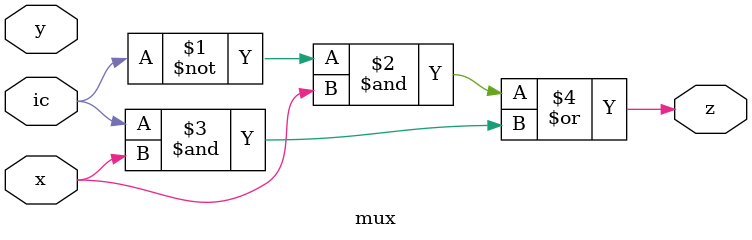
<source format=v>
module mux (output z, input x, input y,input ic);

  assign
        z=(~ic & x ) | (ic & x);

endmodule

</source>
